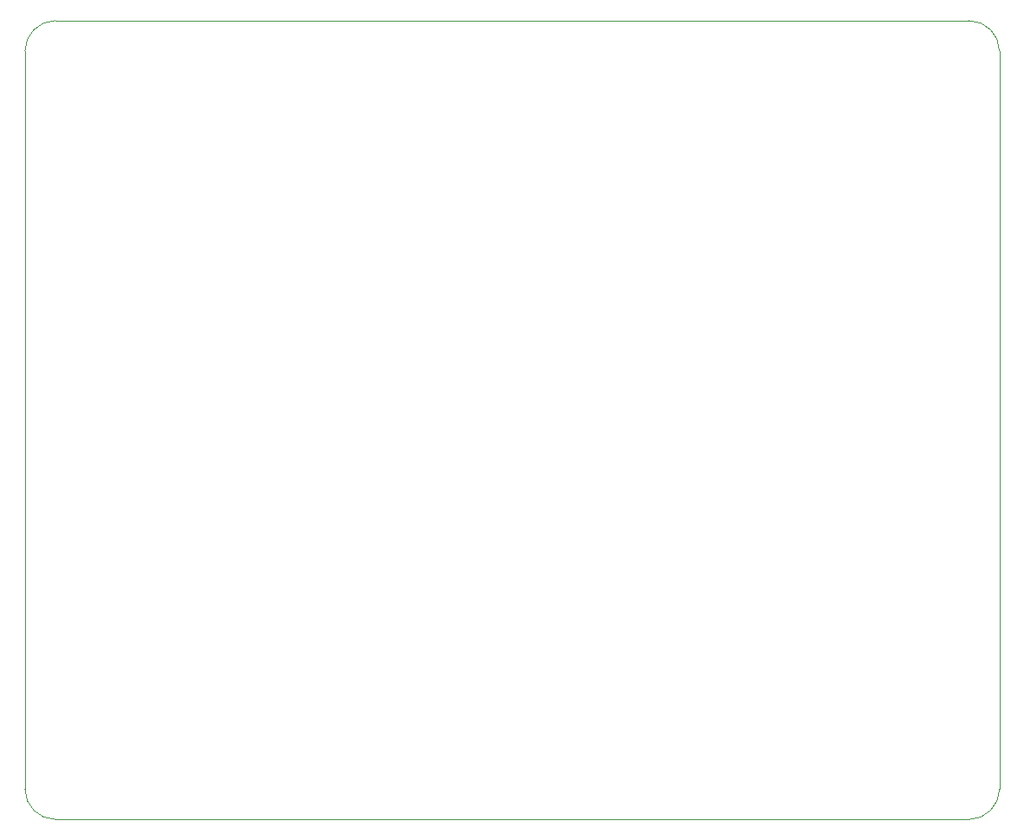
<source format=gbr>
%TF.GenerationSoftware,KiCad,Pcbnew,7.0.8*%
%TF.CreationDate,2023-12-13T08:54:22+01:00*%
%TF.ProjectId,MicroPython_DemoBoard,4d696372-6f50-4797-9468-6f6e5f44656d,rev?*%
%TF.SameCoordinates,Original*%
%TF.FileFunction,Profile,NP*%
%FSLAX46Y46*%
G04 Gerber Fmt 4.6, Leading zero omitted, Abs format (unit mm)*
G04 Created by KiCad (PCBNEW 7.0.8) date 2023-12-13 08:54:22*
%MOMM*%
%LPD*%
G01*
G04 APERTURE LIST*
%TA.AperFunction,Profile*%
%ADD10C,0.100000*%
%TD*%
G04 APERTURE END LIST*
D10*
X170180000Y-77930000D02*
X170180000Y-150035000D01*
X167180000Y-153035000D02*
X77930000Y-153035000D01*
X170180000Y-77930000D02*
G75*
G03*
X167180000Y-74930000I-3000000J0D01*
G01*
X74930000Y-150035000D02*
G75*
G03*
X77930000Y-153035000I3000000J0D01*
G01*
X167180000Y-153035000D02*
G75*
G03*
X170180000Y-150035000I0J3000000D01*
G01*
X77930000Y-74930000D02*
G75*
G03*
X74930000Y-77930000I0J-3000000D01*
G01*
X77930000Y-74930000D02*
X167180000Y-74930000D01*
X74930000Y-150035000D02*
X74930000Y-77930000D01*
M02*

</source>
